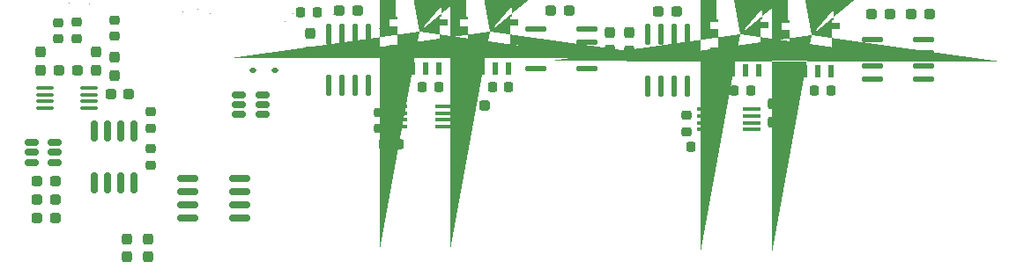
<source format=gtp>
%TF.GenerationSoftware,KiCad,Pcbnew,9.0.1*%
%TF.CreationDate,2025-06-05T13:08:59-07:00*%
%TF.ProjectId,chop-controller-heat,63686f70-2d63-46f6-9e74-726f6c6c6572,rev?*%
%TF.SameCoordinates,Original*%
%TF.FileFunction,Paste,Top*%
%TF.FilePolarity,Positive*%
%FSLAX46Y46*%
G04 Gerber Fmt 4.6, Leading zero omitted, Abs format (unit mm)*
G04 Created by KiCad (PCBNEW 9.0.1) date 2025-06-05 13:08:59*
%MOMM*%
%LPD*%
G01*
G04 APERTURE LIST*
G04 Aperture macros list*
%AMRoundRect*
0 Rectangle with rounded corners*
0 $1 Rounding radius*
0 $2 $3 $4 $5 $6 $7 $8 $9 X,Y pos of 4 corners*
0 Add a 4 corners polygon primitive as box body*
4,1,4,$2,$3,$4,$5,$6,$7,$8,$9,$2,$3,0*
0 Add four circle primitives for the rounded corners*
1,1,$1+$1,$2,$3*
1,1,$1+$1,$4,$5*
1,1,$1+$1,$6,$7*
1,1,$1+$1,$8,$9*
0 Add four rect primitives between the rounded corners*
20,1,$1+$1,$2,$3,$4,$5,0*
20,1,$1+$1,$4,$5,$6,$7,0*
20,1,$1+$1,$6,$7,$8,$9,0*
20,1,$1+$1,$8,$9,$2,$3,0*%
%AMFreePoly0*
4,1,77,2.123536,2.483536,2.125000,2.480000,2.125000,1.460000,2.123536,1.456464,2.120000,1.455000,1.965000,1.455000,1.965000,1.175000,2.710000,1.175000,2.713536,1.173536,2.715000,1.170000,2.715000,0.560000,2.713536,0.556464,2.710000,0.555000,1.965000,0.555000,1.965000,-1.245000,2.710000,-1.245000,2.713536,-1.246464,2.715000,-1.250000,2.715000,-1.860000,2.713536,-1.863536,
2.710000,-1.865000,1.965000,-1.865000,1.965000,-2.040000,1.963536,-2.043536,1.960000,-2.045000,-2.140000,-2.045000,-2.143536,-2.043536,-2.145000,-2.040000,-2.145000,-1.875000,-2.900000,-1.875000,-2.903536,-1.873536,-2.905000,-1.870000,-2.905000,-1.260000,-2.903536,-1.256464,-2.900000,-1.255000,-2.145000,-1.255000,-2.145000,0.545000,-2.900000,0.545000,-2.903536,0.546464,-2.905000,0.550000,
-2.905000,1.160000,-2.903536,1.163536,-2.900000,1.165000,-2.145000,1.165000,-2.145000,1.445000,-2.300000,1.445000,-2.303536,1.446464,-2.305000,1.450000,-2.305000,2.470000,-2.303536,2.473536,-2.300000,2.475000,-1.690000,2.475000,-1.686464,2.473536,-1.685000,2.470000,-1.685000,1.775000,-1.035000,1.775000,-1.035000,2.470000,-1.033536,2.473536,-1.030000,2.475000,-0.420000,2.475000,
-0.416464,2.473536,-0.415000,2.470000,-0.415000,1.775000,0.235000,1.775000,0.235000,2.470000,0.236464,2.473536,0.240000,2.475000,0.850000,2.475000,0.853536,2.473536,0.855000,2.470000,0.855000,1.775000,1.505000,1.775000,1.505000,2.480000,1.506464,2.483536,1.510000,2.485000,2.120000,2.485000,2.123536,2.483536,2.123536,2.483536,$1*%
G04 Aperture macros list end*
%ADD10RoundRect,0.218750X-0.218750X-0.256250X0.218750X-0.256250X0.218750X0.256250X-0.218750X0.256250X0*%
%ADD11RoundRect,0.218750X0.218750X0.256250X-0.218750X0.256250X-0.218750X-0.256250X0.218750X-0.256250X0*%
%ADD12RoundRect,0.218750X0.256250X-0.218750X0.256250X0.218750X-0.256250X0.218750X-0.256250X-0.218750X0*%
%ADD13RoundRect,0.237500X-0.287500X-0.237500X0.287500X-0.237500X0.287500X0.237500X-0.287500X0.237500X0*%
%ADD14RoundRect,0.150000X-0.825000X-0.150000X0.825000X-0.150000X0.825000X0.150000X-0.825000X0.150000X0*%
%ADD15RoundRect,0.132500X-0.132500X0.857500X-0.132500X-0.857500X0.132500X-0.857500X0.132500X0.857500X0*%
%ADD16RoundRect,0.218750X-0.256250X0.218750X-0.256250X-0.218750X0.256250X-0.218750X0.256250X0.218750X0*%
%ADD17RoundRect,0.112500X-0.187500X-0.112500X0.187500X-0.112500X0.187500X0.112500X-0.187500X0.112500X0*%
%ADD18R,1.680000X0.400000*%
%ADD19RoundRect,0.237500X-0.237500X0.287500X-0.237500X-0.287500X0.237500X-0.287500X0.237500X0.287500X0*%
%ADD20R,0.610000X1.270000*%
%ADD21FreePoly0,0.000000*%
%ADD22RoundRect,0.132500X0.857500X0.132500X-0.857500X0.132500X-0.857500X-0.132500X0.857500X-0.132500X0*%
%ADD23RoundRect,0.237500X0.237500X-0.287500X0.237500X0.287500X-0.237500X0.287500X-0.237500X-0.287500X0*%
%ADD24RoundRect,0.150000X-0.512500X-0.150000X0.512500X-0.150000X0.512500X0.150000X-0.512500X0.150000X0*%
%ADD25RoundRect,0.237500X0.287500X0.237500X-0.287500X0.237500X-0.287500X-0.237500X0.287500X-0.237500X0*%
%ADD26RoundRect,0.150000X-0.150000X0.825000X-0.150000X-0.825000X0.150000X-0.825000X0.150000X0.825000X0*%
%ADD27RoundRect,0.100000X-0.712500X-0.100000X0.712500X-0.100000X0.712500X0.100000X-0.712500X0.100000X0*%
%ADD28RoundRect,0.150000X0.512500X0.150000X-0.512500X0.150000X-0.512500X-0.150000X0.512500X-0.150000X0*%
G04 APERTURE END LIST*
D10*
%TO.C,R17*%
X173139138Y-72809073D03*
X174714138Y-72809073D03*
%TD*%
D11*
%TO.C,R11*%
X151473138Y-72504323D03*
X149898138Y-72504323D03*
%TD*%
D10*
%TO.C,R21*%
X131483138Y-65265323D03*
X133058138Y-65265323D03*
%TD*%
D12*
%TO.C,R53*%
X117103638Y-76449823D03*
X117103638Y-74874823D03*
%TD*%
D13*
%TO.C,C1*%
X147410200Y-74269600D03*
X149160200Y-74269600D03*
%TD*%
D12*
%TO.C,R49*%
X113601638Y-67576823D03*
X113601638Y-66001823D03*
%TD*%
D14*
%TO.C,U19*%
X120651638Y-81267323D03*
X120651638Y-82537323D03*
X120651638Y-83807323D03*
X120651638Y-85077323D03*
X125601638Y-85077323D03*
X125601638Y-83807323D03*
X125601638Y-82537323D03*
X125601638Y-81267323D03*
%TD*%
D13*
%TO.C,C14*%
X155525638Y-65138323D03*
X157275638Y-65138323D03*
%TD*%
D15*
%TO.C,U7*%
X168668888Y-67423073D03*
X167398888Y-67423073D03*
X166128888Y-67423073D03*
X164858888Y-67423073D03*
X164858888Y-72353073D03*
X166128888Y-72353073D03*
X167398888Y-72353073D03*
X168668888Y-72353073D03*
%TD*%
D16*
%TO.C,R1*%
X139042638Y-74891823D03*
X139042638Y-76466823D03*
%TD*%
D11*
%TO.C,R12*%
X182410388Y-72809073D03*
X180835388Y-72809073D03*
%TD*%
D17*
%TO.C,D1*%
X126902638Y-70853323D03*
X129002638Y-70853323D03*
%TD*%
D18*
%TO.C,U2*%
X170456638Y-74628073D03*
X170456638Y-75278073D03*
X170456638Y-75928073D03*
X170456638Y-76578073D03*
X174856638Y-76578073D03*
X174856638Y-75928073D03*
X174856638Y-75278073D03*
X174856638Y-74628073D03*
%TD*%
D19*
%TO.C,C11*%
X163080888Y-67235073D03*
X163080888Y-68985073D03*
%TD*%
D20*
%TO.C,Q2*%
X171716888Y-70904073D03*
X172986888Y-70904073D03*
X174256888Y-70904073D03*
X175526888Y-70904073D03*
D21*
X173711888Y-67404073D03*
%TD*%
D22*
%TO.C,U10*%
X159030600Y-70676323D03*
X159030600Y-69406323D03*
X159030600Y-68136323D03*
X159030600Y-66866323D03*
X154100600Y-66866323D03*
X154100600Y-68136323D03*
X154100600Y-69406323D03*
X154100600Y-70676323D03*
%TD*%
D19*
%TO.C,C54*%
X116849638Y-87106323D03*
X116849638Y-88856323D03*
%TD*%
D16*
%TO.C,R2*%
X168592638Y-75196573D03*
X168592638Y-76771573D03*
%TD*%
D23*
%TO.C,C49*%
X111823638Y-70839323D03*
X111823638Y-69089323D03*
%TD*%
D20*
%TO.C,Q7*%
X178594888Y-70975073D03*
X179864888Y-70975073D03*
X181134888Y-70975073D03*
X182404888Y-70975073D03*
D21*
X180589888Y-67475073D03*
%TD*%
D18*
%TO.C,U1*%
X140906638Y-74323323D03*
X140906638Y-74973323D03*
X140906638Y-75623323D03*
X140906638Y-76273323D03*
X145306638Y-76273323D03*
X145306638Y-75623323D03*
X145306638Y-74973323D03*
X145306638Y-74323323D03*
%TD*%
D24*
%TO.C,U23*%
X125545138Y-73205323D03*
X125545138Y-74155323D03*
X125545138Y-75105323D03*
X127820138Y-75105323D03*
X127820138Y-74155323D03*
X127820138Y-73205323D03*
%TD*%
D12*
%TO.C,R52*%
X117103638Y-80005823D03*
X117103638Y-78430823D03*
%TD*%
D25*
%TO.C,C6*%
X136955638Y-65138323D03*
X135205638Y-65138323D03*
%TD*%
D20*
%TO.C,Q6*%
X147674638Y-70670323D03*
X148944638Y-70670323D03*
X150214638Y-70670323D03*
X151484638Y-70670323D03*
D21*
X149669638Y-67170323D03*
%TD*%
D12*
%TO.C,R50*%
X109991638Y-67813823D03*
X109991638Y-66238823D03*
%TD*%
D20*
%TO.C,Q1*%
X140943638Y-70670323D03*
X142213638Y-70670323D03*
X143483638Y-70670323D03*
X144753638Y-70670323D03*
D21*
X142938638Y-67170323D03*
%TD*%
D19*
%TO.C,C55*%
X114817638Y-87106323D03*
X114817638Y-88856323D03*
%TD*%
D26*
%TO.C,U17*%
X115452638Y-76743323D03*
X114182638Y-76743323D03*
X112912638Y-76743323D03*
X111642638Y-76743323D03*
X111642638Y-81693323D03*
X112912638Y-81693323D03*
X114182638Y-81693323D03*
X115452638Y-81693323D03*
%TD*%
D23*
%TO.C,C10*%
X132397638Y-69061323D03*
X132397638Y-67311323D03*
%TD*%
D22*
%TO.C,U11*%
X191377638Y-71742323D03*
X191377638Y-70472323D03*
X191377638Y-69202323D03*
X191377638Y-67932323D03*
X186447638Y-67932323D03*
X186447638Y-69202323D03*
X186447638Y-70472323D03*
X186447638Y-71742323D03*
%TD*%
D23*
%TO.C,C2*%
X176847638Y-75843073D03*
X176847638Y-74093073D03*
%TD*%
D27*
%TO.C,U16*%
X106917138Y-72545323D03*
X106917138Y-73195323D03*
X106917138Y-73845323D03*
X106917138Y-74495323D03*
X111142138Y-74495323D03*
X111142138Y-73845323D03*
X111142138Y-73195323D03*
X111142138Y-72545323D03*
%TD*%
D15*
%TO.C,U6*%
X137985638Y-67372323D03*
X136715638Y-67372323D03*
X135445638Y-67372323D03*
X134175638Y-67372323D03*
X134175638Y-72302323D03*
X135445638Y-72302323D03*
X136715638Y-72302323D03*
X137985638Y-72302323D03*
%TD*%
D11*
%TO.C,R7*%
X170523138Y-78270073D03*
X168948138Y-78270073D03*
%TD*%
D19*
%TO.C,C17*%
X161226638Y-67184323D03*
X161226638Y-68934323D03*
%TD*%
%TO.C,C48*%
X106489638Y-69089323D03*
X106489638Y-70839323D03*
%TD*%
%TO.C,C52*%
X113601638Y-69597323D03*
X113601638Y-71347323D03*
%TD*%
D13*
%TO.C,C18*%
X190145888Y-65443073D03*
X191895888Y-65443073D03*
%TD*%
%TO.C,C56*%
X106195638Y-85060323D03*
X107945638Y-85060323D03*
%TD*%
D28*
%TO.C,U20*%
X107886638Y-79721323D03*
X107886638Y-78771323D03*
X107886638Y-77821323D03*
X105611638Y-77821323D03*
X105611638Y-78771323D03*
X105611638Y-79721323D03*
%TD*%
D25*
%TO.C,C7*%
X167638888Y-65189073D03*
X165888888Y-65189073D03*
%TD*%
%TO.C,C51*%
X114984638Y-73139323D03*
X113234638Y-73139323D03*
%TD*%
D13*
%TO.C,C58*%
X106195638Y-81504323D03*
X107945638Y-81504323D03*
%TD*%
%TO.C,C47*%
X108281638Y-70853323D03*
X110031638Y-70853323D03*
%TD*%
D11*
%TO.C,R6*%
X140973138Y-77965323D03*
X139398138Y-77965323D03*
%TD*%
D13*
%TO.C,C57*%
X106195638Y-83282323D03*
X107945638Y-83282323D03*
%TD*%
%TO.C,C15*%
X186335888Y-65443073D03*
X188085888Y-65443073D03*
%TD*%
D16*
%TO.C,R51*%
X108213638Y-66255823D03*
X108213638Y-67830823D03*
%TD*%
D10*
%TO.C,R16*%
X143167138Y-72504323D03*
X144742138Y-72504323D03*
%TD*%
M02*

</source>
